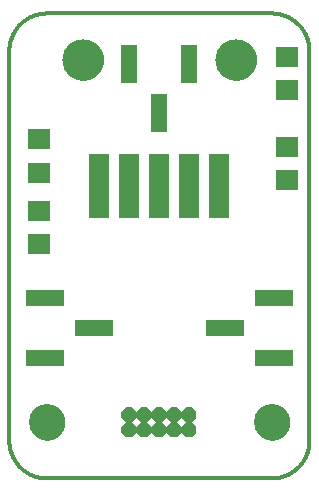
<source format=gts>
G75*
%MOIN*%
%OFA0B0*%
%FSLAX25Y25*%
%IPPOS*%
%LPD*%
%AMOC8*
5,1,8,0,0,1.08239X$1,22.5*
%
%ADD10C,0.01200*%
%ADD11C,0.00000*%
%ADD12C,0.12000*%
%ADD13OC8,0.05000*%
%ADD14R,0.06900X0.21400*%
%ADD15C,0.13800*%
%ADD16R,0.12900X0.05400*%
%ADD17R,0.07498X0.06699*%
%ADD18R,0.07487X0.06699*%
%ADD19R,0.05400X0.12900*%
D10*
X0009700Y0022200D02*
X0009700Y0152200D01*
X0009704Y0152502D01*
X0009715Y0152804D01*
X0009733Y0153105D01*
X0009758Y0153406D01*
X0009791Y0153707D01*
X0009831Y0154006D01*
X0009878Y0154304D01*
X0009933Y0154602D01*
X0009994Y0154897D01*
X0010063Y0155191D01*
X0010139Y0155484D01*
X0010222Y0155774D01*
X0010312Y0156063D01*
X0010409Y0156349D01*
X0010512Y0156633D01*
X0010623Y0156914D01*
X0010740Y0157192D01*
X0010864Y0157468D01*
X0010995Y0157740D01*
X0011132Y0158009D01*
X0011275Y0158275D01*
X0011425Y0158537D01*
X0011582Y0158796D01*
X0011744Y0159050D01*
X0011913Y0159301D01*
X0012087Y0159547D01*
X0012268Y0159790D01*
X0012454Y0160027D01*
X0012646Y0160261D01*
X0012844Y0160489D01*
X0013047Y0160713D01*
X0013255Y0160931D01*
X0013469Y0161145D01*
X0013687Y0161353D01*
X0013911Y0161556D01*
X0014139Y0161754D01*
X0014373Y0161946D01*
X0014610Y0162132D01*
X0014853Y0162313D01*
X0015099Y0162487D01*
X0015350Y0162656D01*
X0015604Y0162818D01*
X0015863Y0162975D01*
X0016125Y0163125D01*
X0016391Y0163268D01*
X0016660Y0163405D01*
X0016932Y0163536D01*
X0017208Y0163660D01*
X0017486Y0163777D01*
X0017767Y0163888D01*
X0018051Y0163991D01*
X0018337Y0164088D01*
X0018626Y0164178D01*
X0018916Y0164261D01*
X0019209Y0164337D01*
X0019503Y0164406D01*
X0019798Y0164467D01*
X0020096Y0164522D01*
X0020394Y0164569D01*
X0020693Y0164609D01*
X0020994Y0164642D01*
X0021295Y0164667D01*
X0021596Y0164685D01*
X0021898Y0164696D01*
X0022200Y0164700D01*
X0097200Y0164700D01*
X0097502Y0164696D01*
X0097804Y0164685D01*
X0098105Y0164667D01*
X0098406Y0164642D01*
X0098707Y0164609D01*
X0099006Y0164569D01*
X0099304Y0164522D01*
X0099602Y0164467D01*
X0099897Y0164406D01*
X0100191Y0164337D01*
X0100484Y0164261D01*
X0100774Y0164178D01*
X0101063Y0164088D01*
X0101349Y0163991D01*
X0101633Y0163888D01*
X0101914Y0163777D01*
X0102192Y0163660D01*
X0102468Y0163536D01*
X0102740Y0163405D01*
X0103009Y0163268D01*
X0103275Y0163125D01*
X0103537Y0162975D01*
X0103796Y0162818D01*
X0104050Y0162656D01*
X0104301Y0162487D01*
X0104547Y0162313D01*
X0104790Y0162132D01*
X0105027Y0161946D01*
X0105261Y0161754D01*
X0105489Y0161556D01*
X0105713Y0161353D01*
X0105931Y0161145D01*
X0106145Y0160931D01*
X0106353Y0160713D01*
X0106556Y0160489D01*
X0106754Y0160261D01*
X0106946Y0160027D01*
X0107132Y0159790D01*
X0107313Y0159547D01*
X0107487Y0159301D01*
X0107656Y0159050D01*
X0107818Y0158796D01*
X0107975Y0158537D01*
X0108125Y0158275D01*
X0108268Y0158009D01*
X0108405Y0157740D01*
X0108536Y0157468D01*
X0108660Y0157192D01*
X0108777Y0156914D01*
X0108888Y0156633D01*
X0108991Y0156349D01*
X0109088Y0156063D01*
X0109178Y0155774D01*
X0109261Y0155484D01*
X0109337Y0155191D01*
X0109406Y0154897D01*
X0109467Y0154602D01*
X0109522Y0154304D01*
X0109569Y0154006D01*
X0109609Y0153707D01*
X0109642Y0153406D01*
X0109667Y0153105D01*
X0109685Y0152804D01*
X0109696Y0152502D01*
X0109700Y0152200D01*
X0109700Y0022200D01*
X0109696Y0021898D01*
X0109685Y0021596D01*
X0109667Y0021295D01*
X0109642Y0020994D01*
X0109609Y0020693D01*
X0109569Y0020394D01*
X0109522Y0020096D01*
X0109467Y0019798D01*
X0109406Y0019503D01*
X0109337Y0019209D01*
X0109261Y0018916D01*
X0109178Y0018626D01*
X0109088Y0018337D01*
X0108991Y0018051D01*
X0108888Y0017767D01*
X0108777Y0017486D01*
X0108660Y0017208D01*
X0108536Y0016932D01*
X0108405Y0016660D01*
X0108268Y0016391D01*
X0108125Y0016125D01*
X0107975Y0015863D01*
X0107818Y0015604D01*
X0107656Y0015350D01*
X0107487Y0015099D01*
X0107313Y0014853D01*
X0107132Y0014610D01*
X0106946Y0014373D01*
X0106754Y0014139D01*
X0106556Y0013911D01*
X0106353Y0013687D01*
X0106145Y0013469D01*
X0105931Y0013255D01*
X0105713Y0013047D01*
X0105489Y0012844D01*
X0105261Y0012646D01*
X0105027Y0012454D01*
X0104790Y0012268D01*
X0104547Y0012087D01*
X0104301Y0011913D01*
X0104050Y0011744D01*
X0103796Y0011582D01*
X0103537Y0011425D01*
X0103275Y0011275D01*
X0103009Y0011132D01*
X0102740Y0010995D01*
X0102468Y0010864D01*
X0102192Y0010740D01*
X0101914Y0010623D01*
X0101633Y0010512D01*
X0101349Y0010409D01*
X0101063Y0010312D01*
X0100774Y0010222D01*
X0100484Y0010139D01*
X0100191Y0010063D01*
X0099897Y0009994D01*
X0099602Y0009933D01*
X0099304Y0009878D01*
X0099006Y0009831D01*
X0098707Y0009791D01*
X0098406Y0009758D01*
X0098105Y0009733D01*
X0097804Y0009715D01*
X0097502Y0009704D01*
X0097200Y0009700D01*
X0022200Y0009700D01*
X0021898Y0009704D01*
X0021596Y0009715D01*
X0021295Y0009733D01*
X0020994Y0009758D01*
X0020693Y0009791D01*
X0020394Y0009831D01*
X0020096Y0009878D01*
X0019798Y0009933D01*
X0019503Y0009994D01*
X0019209Y0010063D01*
X0018916Y0010139D01*
X0018626Y0010222D01*
X0018337Y0010312D01*
X0018051Y0010409D01*
X0017767Y0010512D01*
X0017486Y0010623D01*
X0017208Y0010740D01*
X0016932Y0010864D01*
X0016660Y0010995D01*
X0016391Y0011132D01*
X0016125Y0011275D01*
X0015863Y0011425D01*
X0015604Y0011582D01*
X0015350Y0011744D01*
X0015099Y0011913D01*
X0014853Y0012087D01*
X0014610Y0012268D01*
X0014373Y0012454D01*
X0014139Y0012646D01*
X0013911Y0012844D01*
X0013687Y0013047D01*
X0013469Y0013255D01*
X0013255Y0013469D01*
X0013047Y0013687D01*
X0012844Y0013911D01*
X0012646Y0014139D01*
X0012454Y0014373D01*
X0012268Y0014610D01*
X0012087Y0014853D01*
X0011913Y0015099D01*
X0011744Y0015350D01*
X0011582Y0015604D01*
X0011425Y0015863D01*
X0011275Y0016125D01*
X0011132Y0016391D01*
X0010995Y0016660D01*
X0010864Y0016932D01*
X0010740Y0017208D01*
X0010623Y0017486D01*
X0010512Y0017767D01*
X0010409Y0018051D01*
X0010312Y0018337D01*
X0010222Y0018626D01*
X0010139Y0018916D01*
X0010063Y0019209D01*
X0009994Y0019503D01*
X0009933Y0019798D01*
X0009878Y0020096D01*
X0009831Y0020394D01*
X0009791Y0020693D01*
X0009758Y0020994D01*
X0009733Y0021295D01*
X0009715Y0021596D01*
X0009704Y0021898D01*
X0009700Y0022200D01*
D11*
X0016400Y0028450D02*
X0016402Y0028602D01*
X0016408Y0028754D01*
X0016418Y0028905D01*
X0016432Y0029056D01*
X0016450Y0029207D01*
X0016471Y0029357D01*
X0016497Y0029507D01*
X0016527Y0029656D01*
X0016560Y0029804D01*
X0016598Y0029951D01*
X0016639Y0030097D01*
X0016684Y0030242D01*
X0016733Y0030386D01*
X0016785Y0030529D01*
X0016841Y0030670D01*
X0016901Y0030809D01*
X0016965Y0030947D01*
X0017032Y0031083D01*
X0017103Y0031218D01*
X0017177Y0031350D01*
X0017255Y0031480D01*
X0017336Y0031609D01*
X0017420Y0031735D01*
X0017508Y0031859D01*
X0017599Y0031981D01*
X0017693Y0032100D01*
X0017790Y0032217D01*
X0017890Y0032331D01*
X0017993Y0032442D01*
X0018099Y0032551D01*
X0018208Y0032657D01*
X0018319Y0032760D01*
X0018433Y0032860D01*
X0018550Y0032957D01*
X0018669Y0033051D01*
X0018791Y0033142D01*
X0018915Y0033230D01*
X0019041Y0033314D01*
X0019170Y0033395D01*
X0019300Y0033473D01*
X0019432Y0033547D01*
X0019567Y0033618D01*
X0019703Y0033685D01*
X0019841Y0033749D01*
X0019980Y0033809D01*
X0020121Y0033865D01*
X0020264Y0033917D01*
X0020408Y0033966D01*
X0020553Y0034011D01*
X0020699Y0034052D01*
X0020846Y0034090D01*
X0020994Y0034123D01*
X0021143Y0034153D01*
X0021293Y0034179D01*
X0021443Y0034200D01*
X0021594Y0034218D01*
X0021745Y0034232D01*
X0021896Y0034242D01*
X0022048Y0034248D01*
X0022200Y0034250D01*
X0022352Y0034248D01*
X0022504Y0034242D01*
X0022655Y0034232D01*
X0022806Y0034218D01*
X0022957Y0034200D01*
X0023107Y0034179D01*
X0023257Y0034153D01*
X0023406Y0034123D01*
X0023554Y0034090D01*
X0023701Y0034052D01*
X0023847Y0034011D01*
X0023992Y0033966D01*
X0024136Y0033917D01*
X0024279Y0033865D01*
X0024420Y0033809D01*
X0024559Y0033749D01*
X0024697Y0033685D01*
X0024833Y0033618D01*
X0024968Y0033547D01*
X0025100Y0033473D01*
X0025230Y0033395D01*
X0025359Y0033314D01*
X0025485Y0033230D01*
X0025609Y0033142D01*
X0025731Y0033051D01*
X0025850Y0032957D01*
X0025967Y0032860D01*
X0026081Y0032760D01*
X0026192Y0032657D01*
X0026301Y0032551D01*
X0026407Y0032442D01*
X0026510Y0032331D01*
X0026610Y0032217D01*
X0026707Y0032100D01*
X0026801Y0031981D01*
X0026892Y0031859D01*
X0026980Y0031735D01*
X0027064Y0031609D01*
X0027145Y0031480D01*
X0027223Y0031350D01*
X0027297Y0031218D01*
X0027368Y0031083D01*
X0027435Y0030947D01*
X0027499Y0030809D01*
X0027559Y0030670D01*
X0027615Y0030529D01*
X0027667Y0030386D01*
X0027716Y0030242D01*
X0027761Y0030097D01*
X0027802Y0029951D01*
X0027840Y0029804D01*
X0027873Y0029656D01*
X0027903Y0029507D01*
X0027929Y0029357D01*
X0027950Y0029207D01*
X0027968Y0029056D01*
X0027982Y0028905D01*
X0027992Y0028754D01*
X0027998Y0028602D01*
X0028000Y0028450D01*
X0027998Y0028298D01*
X0027992Y0028146D01*
X0027982Y0027995D01*
X0027968Y0027844D01*
X0027950Y0027693D01*
X0027929Y0027543D01*
X0027903Y0027393D01*
X0027873Y0027244D01*
X0027840Y0027096D01*
X0027802Y0026949D01*
X0027761Y0026803D01*
X0027716Y0026658D01*
X0027667Y0026514D01*
X0027615Y0026371D01*
X0027559Y0026230D01*
X0027499Y0026091D01*
X0027435Y0025953D01*
X0027368Y0025817D01*
X0027297Y0025682D01*
X0027223Y0025550D01*
X0027145Y0025420D01*
X0027064Y0025291D01*
X0026980Y0025165D01*
X0026892Y0025041D01*
X0026801Y0024919D01*
X0026707Y0024800D01*
X0026610Y0024683D01*
X0026510Y0024569D01*
X0026407Y0024458D01*
X0026301Y0024349D01*
X0026192Y0024243D01*
X0026081Y0024140D01*
X0025967Y0024040D01*
X0025850Y0023943D01*
X0025731Y0023849D01*
X0025609Y0023758D01*
X0025485Y0023670D01*
X0025359Y0023586D01*
X0025230Y0023505D01*
X0025100Y0023427D01*
X0024968Y0023353D01*
X0024833Y0023282D01*
X0024697Y0023215D01*
X0024559Y0023151D01*
X0024420Y0023091D01*
X0024279Y0023035D01*
X0024136Y0022983D01*
X0023992Y0022934D01*
X0023847Y0022889D01*
X0023701Y0022848D01*
X0023554Y0022810D01*
X0023406Y0022777D01*
X0023257Y0022747D01*
X0023107Y0022721D01*
X0022957Y0022700D01*
X0022806Y0022682D01*
X0022655Y0022668D01*
X0022504Y0022658D01*
X0022352Y0022652D01*
X0022200Y0022650D01*
X0022048Y0022652D01*
X0021896Y0022658D01*
X0021745Y0022668D01*
X0021594Y0022682D01*
X0021443Y0022700D01*
X0021293Y0022721D01*
X0021143Y0022747D01*
X0020994Y0022777D01*
X0020846Y0022810D01*
X0020699Y0022848D01*
X0020553Y0022889D01*
X0020408Y0022934D01*
X0020264Y0022983D01*
X0020121Y0023035D01*
X0019980Y0023091D01*
X0019841Y0023151D01*
X0019703Y0023215D01*
X0019567Y0023282D01*
X0019432Y0023353D01*
X0019300Y0023427D01*
X0019170Y0023505D01*
X0019041Y0023586D01*
X0018915Y0023670D01*
X0018791Y0023758D01*
X0018669Y0023849D01*
X0018550Y0023943D01*
X0018433Y0024040D01*
X0018319Y0024140D01*
X0018208Y0024243D01*
X0018099Y0024349D01*
X0017993Y0024458D01*
X0017890Y0024569D01*
X0017790Y0024683D01*
X0017693Y0024800D01*
X0017599Y0024919D01*
X0017508Y0025041D01*
X0017420Y0025165D01*
X0017336Y0025291D01*
X0017255Y0025420D01*
X0017177Y0025550D01*
X0017103Y0025682D01*
X0017032Y0025817D01*
X0016965Y0025953D01*
X0016901Y0026091D01*
X0016841Y0026230D01*
X0016785Y0026371D01*
X0016733Y0026514D01*
X0016684Y0026658D01*
X0016639Y0026803D01*
X0016598Y0026949D01*
X0016560Y0027096D01*
X0016527Y0027244D01*
X0016497Y0027393D01*
X0016471Y0027543D01*
X0016450Y0027693D01*
X0016432Y0027844D01*
X0016418Y0027995D01*
X0016408Y0028146D01*
X0016402Y0028298D01*
X0016400Y0028450D01*
X0091400Y0028450D02*
X0091402Y0028602D01*
X0091408Y0028754D01*
X0091418Y0028905D01*
X0091432Y0029056D01*
X0091450Y0029207D01*
X0091471Y0029357D01*
X0091497Y0029507D01*
X0091527Y0029656D01*
X0091560Y0029804D01*
X0091598Y0029951D01*
X0091639Y0030097D01*
X0091684Y0030242D01*
X0091733Y0030386D01*
X0091785Y0030529D01*
X0091841Y0030670D01*
X0091901Y0030809D01*
X0091965Y0030947D01*
X0092032Y0031083D01*
X0092103Y0031218D01*
X0092177Y0031350D01*
X0092255Y0031480D01*
X0092336Y0031609D01*
X0092420Y0031735D01*
X0092508Y0031859D01*
X0092599Y0031981D01*
X0092693Y0032100D01*
X0092790Y0032217D01*
X0092890Y0032331D01*
X0092993Y0032442D01*
X0093099Y0032551D01*
X0093208Y0032657D01*
X0093319Y0032760D01*
X0093433Y0032860D01*
X0093550Y0032957D01*
X0093669Y0033051D01*
X0093791Y0033142D01*
X0093915Y0033230D01*
X0094041Y0033314D01*
X0094170Y0033395D01*
X0094300Y0033473D01*
X0094432Y0033547D01*
X0094567Y0033618D01*
X0094703Y0033685D01*
X0094841Y0033749D01*
X0094980Y0033809D01*
X0095121Y0033865D01*
X0095264Y0033917D01*
X0095408Y0033966D01*
X0095553Y0034011D01*
X0095699Y0034052D01*
X0095846Y0034090D01*
X0095994Y0034123D01*
X0096143Y0034153D01*
X0096293Y0034179D01*
X0096443Y0034200D01*
X0096594Y0034218D01*
X0096745Y0034232D01*
X0096896Y0034242D01*
X0097048Y0034248D01*
X0097200Y0034250D01*
X0097352Y0034248D01*
X0097504Y0034242D01*
X0097655Y0034232D01*
X0097806Y0034218D01*
X0097957Y0034200D01*
X0098107Y0034179D01*
X0098257Y0034153D01*
X0098406Y0034123D01*
X0098554Y0034090D01*
X0098701Y0034052D01*
X0098847Y0034011D01*
X0098992Y0033966D01*
X0099136Y0033917D01*
X0099279Y0033865D01*
X0099420Y0033809D01*
X0099559Y0033749D01*
X0099697Y0033685D01*
X0099833Y0033618D01*
X0099968Y0033547D01*
X0100100Y0033473D01*
X0100230Y0033395D01*
X0100359Y0033314D01*
X0100485Y0033230D01*
X0100609Y0033142D01*
X0100731Y0033051D01*
X0100850Y0032957D01*
X0100967Y0032860D01*
X0101081Y0032760D01*
X0101192Y0032657D01*
X0101301Y0032551D01*
X0101407Y0032442D01*
X0101510Y0032331D01*
X0101610Y0032217D01*
X0101707Y0032100D01*
X0101801Y0031981D01*
X0101892Y0031859D01*
X0101980Y0031735D01*
X0102064Y0031609D01*
X0102145Y0031480D01*
X0102223Y0031350D01*
X0102297Y0031218D01*
X0102368Y0031083D01*
X0102435Y0030947D01*
X0102499Y0030809D01*
X0102559Y0030670D01*
X0102615Y0030529D01*
X0102667Y0030386D01*
X0102716Y0030242D01*
X0102761Y0030097D01*
X0102802Y0029951D01*
X0102840Y0029804D01*
X0102873Y0029656D01*
X0102903Y0029507D01*
X0102929Y0029357D01*
X0102950Y0029207D01*
X0102968Y0029056D01*
X0102982Y0028905D01*
X0102992Y0028754D01*
X0102998Y0028602D01*
X0103000Y0028450D01*
X0102998Y0028298D01*
X0102992Y0028146D01*
X0102982Y0027995D01*
X0102968Y0027844D01*
X0102950Y0027693D01*
X0102929Y0027543D01*
X0102903Y0027393D01*
X0102873Y0027244D01*
X0102840Y0027096D01*
X0102802Y0026949D01*
X0102761Y0026803D01*
X0102716Y0026658D01*
X0102667Y0026514D01*
X0102615Y0026371D01*
X0102559Y0026230D01*
X0102499Y0026091D01*
X0102435Y0025953D01*
X0102368Y0025817D01*
X0102297Y0025682D01*
X0102223Y0025550D01*
X0102145Y0025420D01*
X0102064Y0025291D01*
X0101980Y0025165D01*
X0101892Y0025041D01*
X0101801Y0024919D01*
X0101707Y0024800D01*
X0101610Y0024683D01*
X0101510Y0024569D01*
X0101407Y0024458D01*
X0101301Y0024349D01*
X0101192Y0024243D01*
X0101081Y0024140D01*
X0100967Y0024040D01*
X0100850Y0023943D01*
X0100731Y0023849D01*
X0100609Y0023758D01*
X0100485Y0023670D01*
X0100359Y0023586D01*
X0100230Y0023505D01*
X0100100Y0023427D01*
X0099968Y0023353D01*
X0099833Y0023282D01*
X0099697Y0023215D01*
X0099559Y0023151D01*
X0099420Y0023091D01*
X0099279Y0023035D01*
X0099136Y0022983D01*
X0098992Y0022934D01*
X0098847Y0022889D01*
X0098701Y0022848D01*
X0098554Y0022810D01*
X0098406Y0022777D01*
X0098257Y0022747D01*
X0098107Y0022721D01*
X0097957Y0022700D01*
X0097806Y0022682D01*
X0097655Y0022668D01*
X0097504Y0022658D01*
X0097352Y0022652D01*
X0097200Y0022650D01*
X0097048Y0022652D01*
X0096896Y0022658D01*
X0096745Y0022668D01*
X0096594Y0022682D01*
X0096443Y0022700D01*
X0096293Y0022721D01*
X0096143Y0022747D01*
X0095994Y0022777D01*
X0095846Y0022810D01*
X0095699Y0022848D01*
X0095553Y0022889D01*
X0095408Y0022934D01*
X0095264Y0022983D01*
X0095121Y0023035D01*
X0094980Y0023091D01*
X0094841Y0023151D01*
X0094703Y0023215D01*
X0094567Y0023282D01*
X0094432Y0023353D01*
X0094300Y0023427D01*
X0094170Y0023505D01*
X0094041Y0023586D01*
X0093915Y0023670D01*
X0093791Y0023758D01*
X0093669Y0023849D01*
X0093550Y0023943D01*
X0093433Y0024040D01*
X0093319Y0024140D01*
X0093208Y0024243D01*
X0093099Y0024349D01*
X0092993Y0024458D01*
X0092890Y0024569D01*
X0092790Y0024683D01*
X0092693Y0024800D01*
X0092599Y0024919D01*
X0092508Y0025041D01*
X0092420Y0025165D01*
X0092336Y0025291D01*
X0092255Y0025420D01*
X0092177Y0025550D01*
X0092103Y0025682D01*
X0092032Y0025817D01*
X0091965Y0025953D01*
X0091901Y0026091D01*
X0091841Y0026230D01*
X0091785Y0026371D01*
X0091733Y0026514D01*
X0091684Y0026658D01*
X0091639Y0026803D01*
X0091598Y0026949D01*
X0091560Y0027096D01*
X0091527Y0027244D01*
X0091497Y0027393D01*
X0091471Y0027543D01*
X0091450Y0027693D01*
X0091432Y0027844D01*
X0091418Y0027995D01*
X0091408Y0028146D01*
X0091402Y0028298D01*
X0091400Y0028450D01*
X0078500Y0149300D02*
X0078502Y0149464D01*
X0078508Y0149629D01*
X0078518Y0149793D01*
X0078532Y0149957D01*
X0078550Y0150120D01*
X0078573Y0150283D01*
X0078599Y0150445D01*
X0078629Y0150607D01*
X0078663Y0150768D01*
X0078701Y0150928D01*
X0078743Y0151087D01*
X0078788Y0151245D01*
X0078838Y0151402D01*
X0078892Y0151557D01*
X0078949Y0151711D01*
X0079010Y0151864D01*
X0079075Y0152015D01*
X0079143Y0152165D01*
X0079215Y0152312D01*
X0079291Y0152458D01*
X0079370Y0152602D01*
X0079453Y0152744D01*
X0079539Y0152884D01*
X0079629Y0153022D01*
X0079722Y0153158D01*
X0079819Y0153291D01*
X0079918Y0153422D01*
X0080021Y0153550D01*
X0080127Y0153676D01*
X0080236Y0153799D01*
X0080348Y0153920D01*
X0080462Y0154038D01*
X0080580Y0154152D01*
X0080701Y0154264D01*
X0080824Y0154373D01*
X0080950Y0154479D01*
X0081078Y0154582D01*
X0081209Y0154681D01*
X0081342Y0154778D01*
X0081478Y0154871D01*
X0081616Y0154961D01*
X0081756Y0155047D01*
X0081898Y0155130D01*
X0082042Y0155209D01*
X0082188Y0155285D01*
X0082335Y0155357D01*
X0082485Y0155425D01*
X0082636Y0155490D01*
X0082789Y0155551D01*
X0082943Y0155608D01*
X0083098Y0155662D01*
X0083255Y0155712D01*
X0083413Y0155757D01*
X0083572Y0155799D01*
X0083732Y0155837D01*
X0083893Y0155871D01*
X0084055Y0155901D01*
X0084217Y0155927D01*
X0084380Y0155950D01*
X0084543Y0155968D01*
X0084707Y0155982D01*
X0084871Y0155992D01*
X0085036Y0155998D01*
X0085200Y0156000D01*
X0085364Y0155998D01*
X0085529Y0155992D01*
X0085693Y0155982D01*
X0085857Y0155968D01*
X0086020Y0155950D01*
X0086183Y0155927D01*
X0086345Y0155901D01*
X0086507Y0155871D01*
X0086668Y0155837D01*
X0086828Y0155799D01*
X0086987Y0155757D01*
X0087145Y0155712D01*
X0087302Y0155662D01*
X0087457Y0155608D01*
X0087611Y0155551D01*
X0087764Y0155490D01*
X0087915Y0155425D01*
X0088065Y0155357D01*
X0088212Y0155285D01*
X0088358Y0155209D01*
X0088502Y0155130D01*
X0088644Y0155047D01*
X0088784Y0154961D01*
X0088922Y0154871D01*
X0089058Y0154778D01*
X0089191Y0154681D01*
X0089322Y0154582D01*
X0089450Y0154479D01*
X0089576Y0154373D01*
X0089699Y0154264D01*
X0089820Y0154152D01*
X0089938Y0154038D01*
X0090052Y0153920D01*
X0090164Y0153799D01*
X0090273Y0153676D01*
X0090379Y0153550D01*
X0090482Y0153422D01*
X0090581Y0153291D01*
X0090678Y0153158D01*
X0090771Y0153022D01*
X0090861Y0152884D01*
X0090947Y0152744D01*
X0091030Y0152602D01*
X0091109Y0152458D01*
X0091185Y0152312D01*
X0091257Y0152165D01*
X0091325Y0152015D01*
X0091390Y0151864D01*
X0091451Y0151711D01*
X0091508Y0151557D01*
X0091562Y0151402D01*
X0091612Y0151245D01*
X0091657Y0151087D01*
X0091699Y0150928D01*
X0091737Y0150768D01*
X0091771Y0150607D01*
X0091801Y0150445D01*
X0091827Y0150283D01*
X0091850Y0150120D01*
X0091868Y0149957D01*
X0091882Y0149793D01*
X0091892Y0149629D01*
X0091898Y0149464D01*
X0091900Y0149300D01*
X0091898Y0149136D01*
X0091892Y0148971D01*
X0091882Y0148807D01*
X0091868Y0148643D01*
X0091850Y0148480D01*
X0091827Y0148317D01*
X0091801Y0148155D01*
X0091771Y0147993D01*
X0091737Y0147832D01*
X0091699Y0147672D01*
X0091657Y0147513D01*
X0091612Y0147355D01*
X0091562Y0147198D01*
X0091508Y0147043D01*
X0091451Y0146889D01*
X0091390Y0146736D01*
X0091325Y0146585D01*
X0091257Y0146435D01*
X0091185Y0146288D01*
X0091109Y0146142D01*
X0091030Y0145998D01*
X0090947Y0145856D01*
X0090861Y0145716D01*
X0090771Y0145578D01*
X0090678Y0145442D01*
X0090581Y0145309D01*
X0090482Y0145178D01*
X0090379Y0145050D01*
X0090273Y0144924D01*
X0090164Y0144801D01*
X0090052Y0144680D01*
X0089938Y0144562D01*
X0089820Y0144448D01*
X0089699Y0144336D01*
X0089576Y0144227D01*
X0089450Y0144121D01*
X0089322Y0144018D01*
X0089191Y0143919D01*
X0089058Y0143822D01*
X0088922Y0143729D01*
X0088784Y0143639D01*
X0088644Y0143553D01*
X0088502Y0143470D01*
X0088358Y0143391D01*
X0088212Y0143315D01*
X0088065Y0143243D01*
X0087915Y0143175D01*
X0087764Y0143110D01*
X0087611Y0143049D01*
X0087457Y0142992D01*
X0087302Y0142938D01*
X0087145Y0142888D01*
X0086987Y0142843D01*
X0086828Y0142801D01*
X0086668Y0142763D01*
X0086507Y0142729D01*
X0086345Y0142699D01*
X0086183Y0142673D01*
X0086020Y0142650D01*
X0085857Y0142632D01*
X0085693Y0142618D01*
X0085529Y0142608D01*
X0085364Y0142602D01*
X0085200Y0142600D01*
X0085036Y0142602D01*
X0084871Y0142608D01*
X0084707Y0142618D01*
X0084543Y0142632D01*
X0084380Y0142650D01*
X0084217Y0142673D01*
X0084055Y0142699D01*
X0083893Y0142729D01*
X0083732Y0142763D01*
X0083572Y0142801D01*
X0083413Y0142843D01*
X0083255Y0142888D01*
X0083098Y0142938D01*
X0082943Y0142992D01*
X0082789Y0143049D01*
X0082636Y0143110D01*
X0082485Y0143175D01*
X0082335Y0143243D01*
X0082188Y0143315D01*
X0082042Y0143391D01*
X0081898Y0143470D01*
X0081756Y0143553D01*
X0081616Y0143639D01*
X0081478Y0143729D01*
X0081342Y0143822D01*
X0081209Y0143919D01*
X0081078Y0144018D01*
X0080950Y0144121D01*
X0080824Y0144227D01*
X0080701Y0144336D01*
X0080580Y0144448D01*
X0080462Y0144562D01*
X0080348Y0144680D01*
X0080236Y0144801D01*
X0080127Y0144924D01*
X0080021Y0145050D01*
X0079918Y0145178D01*
X0079819Y0145309D01*
X0079722Y0145442D01*
X0079629Y0145578D01*
X0079539Y0145716D01*
X0079453Y0145856D01*
X0079370Y0145998D01*
X0079291Y0146142D01*
X0079215Y0146288D01*
X0079143Y0146435D01*
X0079075Y0146585D01*
X0079010Y0146736D01*
X0078949Y0146889D01*
X0078892Y0147043D01*
X0078838Y0147198D01*
X0078788Y0147355D01*
X0078743Y0147513D01*
X0078701Y0147672D01*
X0078663Y0147832D01*
X0078629Y0147993D01*
X0078599Y0148155D01*
X0078573Y0148317D01*
X0078550Y0148480D01*
X0078532Y0148643D01*
X0078518Y0148807D01*
X0078508Y0148971D01*
X0078502Y0149136D01*
X0078500Y0149300D01*
X0027500Y0149300D02*
X0027502Y0149464D01*
X0027508Y0149629D01*
X0027518Y0149793D01*
X0027532Y0149957D01*
X0027550Y0150120D01*
X0027573Y0150283D01*
X0027599Y0150445D01*
X0027629Y0150607D01*
X0027663Y0150768D01*
X0027701Y0150928D01*
X0027743Y0151087D01*
X0027788Y0151245D01*
X0027838Y0151402D01*
X0027892Y0151557D01*
X0027949Y0151711D01*
X0028010Y0151864D01*
X0028075Y0152015D01*
X0028143Y0152165D01*
X0028215Y0152312D01*
X0028291Y0152458D01*
X0028370Y0152602D01*
X0028453Y0152744D01*
X0028539Y0152884D01*
X0028629Y0153022D01*
X0028722Y0153158D01*
X0028819Y0153291D01*
X0028918Y0153422D01*
X0029021Y0153550D01*
X0029127Y0153676D01*
X0029236Y0153799D01*
X0029348Y0153920D01*
X0029462Y0154038D01*
X0029580Y0154152D01*
X0029701Y0154264D01*
X0029824Y0154373D01*
X0029950Y0154479D01*
X0030078Y0154582D01*
X0030209Y0154681D01*
X0030342Y0154778D01*
X0030478Y0154871D01*
X0030616Y0154961D01*
X0030756Y0155047D01*
X0030898Y0155130D01*
X0031042Y0155209D01*
X0031188Y0155285D01*
X0031335Y0155357D01*
X0031485Y0155425D01*
X0031636Y0155490D01*
X0031789Y0155551D01*
X0031943Y0155608D01*
X0032098Y0155662D01*
X0032255Y0155712D01*
X0032413Y0155757D01*
X0032572Y0155799D01*
X0032732Y0155837D01*
X0032893Y0155871D01*
X0033055Y0155901D01*
X0033217Y0155927D01*
X0033380Y0155950D01*
X0033543Y0155968D01*
X0033707Y0155982D01*
X0033871Y0155992D01*
X0034036Y0155998D01*
X0034200Y0156000D01*
X0034364Y0155998D01*
X0034529Y0155992D01*
X0034693Y0155982D01*
X0034857Y0155968D01*
X0035020Y0155950D01*
X0035183Y0155927D01*
X0035345Y0155901D01*
X0035507Y0155871D01*
X0035668Y0155837D01*
X0035828Y0155799D01*
X0035987Y0155757D01*
X0036145Y0155712D01*
X0036302Y0155662D01*
X0036457Y0155608D01*
X0036611Y0155551D01*
X0036764Y0155490D01*
X0036915Y0155425D01*
X0037065Y0155357D01*
X0037212Y0155285D01*
X0037358Y0155209D01*
X0037502Y0155130D01*
X0037644Y0155047D01*
X0037784Y0154961D01*
X0037922Y0154871D01*
X0038058Y0154778D01*
X0038191Y0154681D01*
X0038322Y0154582D01*
X0038450Y0154479D01*
X0038576Y0154373D01*
X0038699Y0154264D01*
X0038820Y0154152D01*
X0038938Y0154038D01*
X0039052Y0153920D01*
X0039164Y0153799D01*
X0039273Y0153676D01*
X0039379Y0153550D01*
X0039482Y0153422D01*
X0039581Y0153291D01*
X0039678Y0153158D01*
X0039771Y0153022D01*
X0039861Y0152884D01*
X0039947Y0152744D01*
X0040030Y0152602D01*
X0040109Y0152458D01*
X0040185Y0152312D01*
X0040257Y0152165D01*
X0040325Y0152015D01*
X0040390Y0151864D01*
X0040451Y0151711D01*
X0040508Y0151557D01*
X0040562Y0151402D01*
X0040612Y0151245D01*
X0040657Y0151087D01*
X0040699Y0150928D01*
X0040737Y0150768D01*
X0040771Y0150607D01*
X0040801Y0150445D01*
X0040827Y0150283D01*
X0040850Y0150120D01*
X0040868Y0149957D01*
X0040882Y0149793D01*
X0040892Y0149629D01*
X0040898Y0149464D01*
X0040900Y0149300D01*
X0040898Y0149136D01*
X0040892Y0148971D01*
X0040882Y0148807D01*
X0040868Y0148643D01*
X0040850Y0148480D01*
X0040827Y0148317D01*
X0040801Y0148155D01*
X0040771Y0147993D01*
X0040737Y0147832D01*
X0040699Y0147672D01*
X0040657Y0147513D01*
X0040612Y0147355D01*
X0040562Y0147198D01*
X0040508Y0147043D01*
X0040451Y0146889D01*
X0040390Y0146736D01*
X0040325Y0146585D01*
X0040257Y0146435D01*
X0040185Y0146288D01*
X0040109Y0146142D01*
X0040030Y0145998D01*
X0039947Y0145856D01*
X0039861Y0145716D01*
X0039771Y0145578D01*
X0039678Y0145442D01*
X0039581Y0145309D01*
X0039482Y0145178D01*
X0039379Y0145050D01*
X0039273Y0144924D01*
X0039164Y0144801D01*
X0039052Y0144680D01*
X0038938Y0144562D01*
X0038820Y0144448D01*
X0038699Y0144336D01*
X0038576Y0144227D01*
X0038450Y0144121D01*
X0038322Y0144018D01*
X0038191Y0143919D01*
X0038058Y0143822D01*
X0037922Y0143729D01*
X0037784Y0143639D01*
X0037644Y0143553D01*
X0037502Y0143470D01*
X0037358Y0143391D01*
X0037212Y0143315D01*
X0037065Y0143243D01*
X0036915Y0143175D01*
X0036764Y0143110D01*
X0036611Y0143049D01*
X0036457Y0142992D01*
X0036302Y0142938D01*
X0036145Y0142888D01*
X0035987Y0142843D01*
X0035828Y0142801D01*
X0035668Y0142763D01*
X0035507Y0142729D01*
X0035345Y0142699D01*
X0035183Y0142673D01*
X0035020Y0142650D01*
X0034857Y0142632D01*
X0034693Y0142618D01*
X0034529Y0142608D01*
X0034364Y0142602D01*
X0034200Y0142600D01*
X0034036Y0142602D01*
X0033871Y0142608D01*
X0033707Y0142618D01*
X0033543Y0142632D01*
X0033380Y0142650D01*
X0033217Y0142673D01*
X0033055Y0142699D01*
X0032893Y0142729D01*
X0032732Y0142763D01*
X0032572Y0142801D01*
X0032413Y0142843D01*
X0032255Y0142888D01*
X0032098Y0142938D01*
X0031943Y0142992D01*
X0031789Y0143049D01*
X0031636Y0143110D01*
X0031485Y0143175D01*
X0031335Y0143243D01*
X0031188Y0143315D01*
X0031042Y0143391D01*
X0030898Y0143470D01*
X0030756Y0143553D01*
X0030616Y0143639D01*
X0030478Y0143729D01*
X0030342Y0143822D01*
X0030209Y0143919D01*
X0030078Y0144018D01*
X0029950Y0144121D01*
X0029824Y0144227D01*
X0029701Y0144336D01*
X0029580Y0144448D01*
X0029462Y0144562D01*
X0029348Y0144680D01*
X0029236Y0144801D01*
X0029127Y0144924D01*
X0029021Y0145050D01*
X0028918Y0145178D01*
X0028819Y0145309D01*
X0028722Y0145442D01*
X0028629Y0145578D01*
X0028539Y0145716D01*
X0028453Y0145856D01*
X0028370Y0145998D01*
X0028291Y0146142D01*
X0028215Y0146288D01*
X0028143Y0146435D01*
X0028075Y0146585D01*
X0028010Y0146736D01*
X0027949Y0146889D01*
X0027892Y0147043D01*
X0027838Y0147198D01*
X0027788Y0147355D01*
X0027743Y0147513D01*
X0027701Y0147672D01*
X0027663Y0147832D01*
X0027629Y0147993D01*
X0027599Y0148155D01*
X0027573Y0148317D01*
X0027550Y0148480D01*
X0027532Y0148643D01*
X0027518Y0148807D01*
X0027508Y0148971D01*
X0027502Y0149136D01*
X0027500Y0149300D01*
D12*
X0022200Y0028450D03*
X0097200Y0028450D03*
D13*
X0069700Y0025950D03*
X0069700Y0030950D03*
X0064700Y0030950D03*
X0064700Y0025950D03*
X0059700Y0025950D03*
X0059700Y0030950D03*
X0054700Y0030950D03*
X0054700Y0025950D03*
X0049700Y0025950D03*
X0049700Y0030950D03*
D14*
X0049700Y0107200D03*
X0039700Y0107200D03*
X0059700Y0107200D03*
X0069700Y0107200D03*
X0079700Y0107200D03*
D15*
X0085200Y0149300D03*
X0034200Y0149300D03*
D16*
X0021450Y0069700D03*
X0021450Y0049700D03*
X0037950Y0059700D03*
X0081450Y0059700D03*
X0097950Y0049700D03*
X0097950Y0069700D03*
D17*
X0019700Y0111602D03*
X0019700Y0122798D03*
D18*
X0019700Y0098962D03*
X0019700Y0087938D03*
X0102200Y0109188D03*
X0102200Y0120212D03*
X0102200Y0139188D03*
X0102200Y0150212D03*
D19*
X0069700Y0147950D03*
X0059700Y0131450D03*
X0049700Y0147950D03*
M02*

</source>
